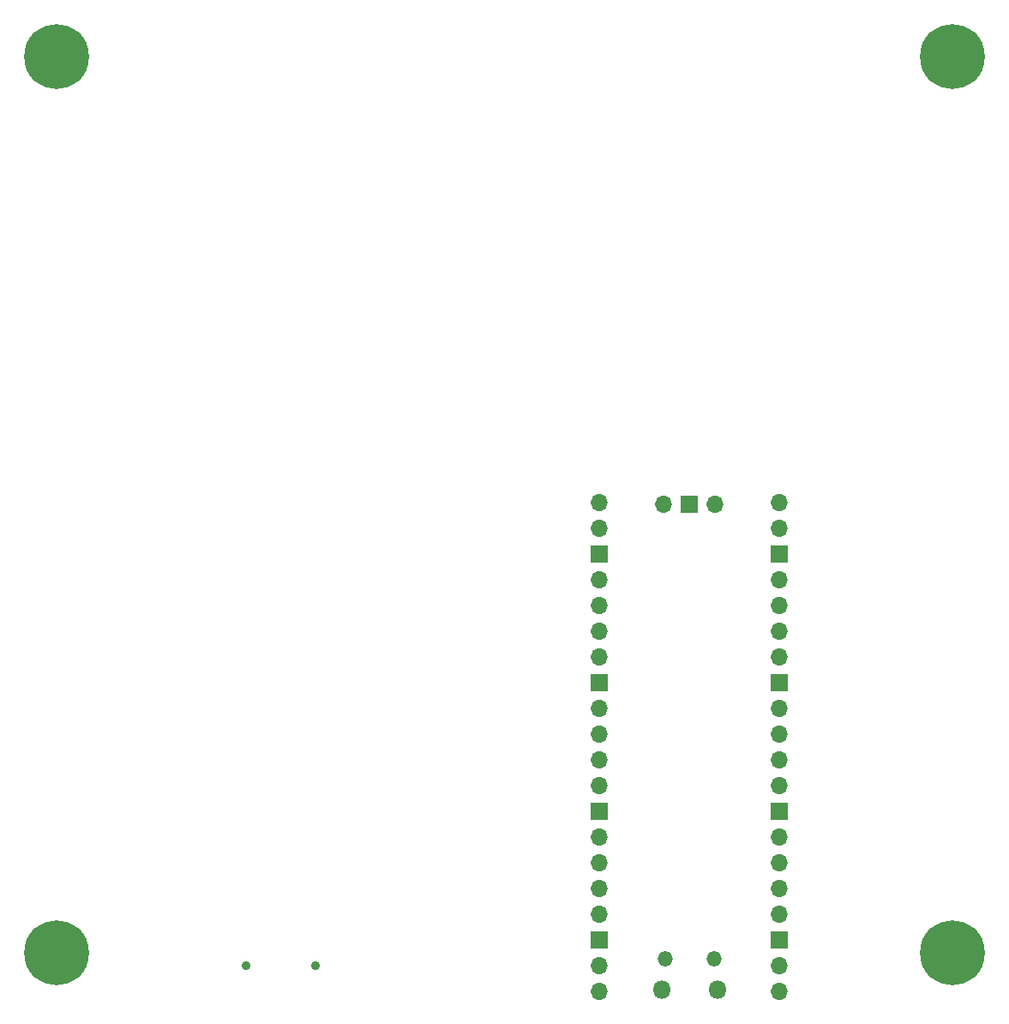
<source format=gbr>
%TF.GenerationSoftware,KiCad,Pcbnew,(7.0.0)*%
%TF.CreationDate,2023-12-08T15:04:05-05:00*%
%TF.ProjectId,Coaster,436f6173-7465-4722-9e6b-696361645f70,rev?*%
%TF.SameCoordinates,Original*%
%TF.FileFunction,Soldermask,Bot*%
%TF.FilePolarity,Negative*%
%FSLAX46Y46*%
G04 Gerber Fmt 4.6, Leading zero omitted, Abs format (unit mm)*
G04 Created by KiCad (PCBNEW (7.0.0)) date 2023-12-08 15:04:05*
%MOMM*%
%LPD*%
G01*
G04 APERTURE LIST*
%ADD10C,6.400000*%
%ADD11C,3.600000*%
%ADD12O,1.700000X1.700000*%
%ADD13R,1.700000X1.700000*%
%ADD14O,1.800000X1.800000*%
%ADD15O,1.500000X1.500000*%
%ADD16C,0.900000*%
G04 APERTURE END LIST*
D10*
%TO.C,H4*%
X182899933Y-49150555D03*
D11*
X182899933Y-49150555D03*
%TD*%
%TO.C,H3*%
X182899933Y-137650555D03*
D10*
X182899933Y-137650555D03*
%TD*%
%TO.C,H2*%
X94399933Y-137650555D03*
D11*
X94399933Y-137650555D03*
%TD*%
%TO.C,H1*%
X94399933Y-49150555D03*
D10*
X94399933Y-49150555D03*
%TD*%
D12*
%TO.C,U2*%
X154399999Y-93369999D03*
D13*
X156939999Y-93369999D03*
D12*
X159479999Y-93369999D03*
X148049999Y-141399999D03*
X148049999Y-138859999D03*
D13*
X148049999Y-136319999D03*
D12*
X148049999Y-133779999D03*
X148049999Y-131239999D03*
X148049999Y-128699999D03*
X148049999Y-126159999D03*
D13*
X148049999Y-123619999D03*
D12*
X148049999Y-121079999D03*
X148049999Y-118539999D03*
X148049999Y-115999999D03*
X148049999Y-113459999D03*
D13*
X148049999Y-110919999D03*
D12*
X148049999Y-108379999D03*
X148049999Y-105839999D03*
X148049999Y-103299999D03*
X148049999Y-100759999D03*
D13*
X148049999Y-98219999D03*
D12*
X148049999Y-95679999D03*
X148049999Y-93139999D03*
X165829999Y-93139999D03*
X165829999Y-95679999D03*
D13*
X165829999Y-98219999D03*
D12*
X165829999Y-100759999D03*
X165829999Y-103299999D03*
X165829999Y-105839999D03*
X165829999Y-108379999D03*
D13*
X165829999Y-110919999D03*
D12*
X165829999Y-113459999D03*
X165829999Y-115999999D03*
X165829999Y-118539999D03*
X165829999Y-121079999D03*
D13*
X165829999Y-123619999D03*
D12*
X165829999Y-126159999D03*
X165829999Y-128699999D03*
X165829999Y-131239999D03*
X165829999Y-133779999D03*
D13*
X165829999Y-136319999D03*
D12*
X165829999Y-138859999D03*
X165829999Y-141399999D03*
D14*
X154214999Y-141269999D03*
D15*
X154514999Y-138239999D03*
X159364999Y-138239999D03*
D14*
X159664999Y-141269999D03*
%TD*%
D16*
%TO.C,SW1*%
X113150000Y-138875000D03*
X119950000Y-138875000D03*
%TD*%
M02*

</source>
